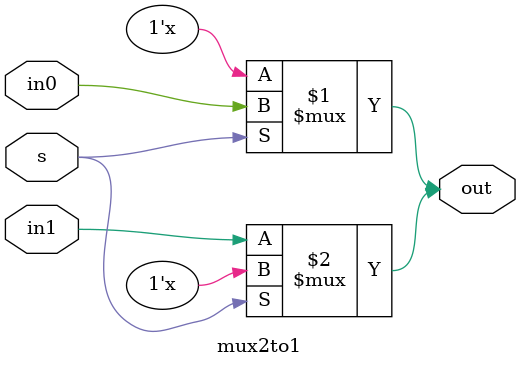
<source format=v>
module mux2to1(out,in0,in1,s);

//ports
output out;
input in0,in1,s;

//instantiation primitives
bufif1 #(1:2:3,3:4:5,5:6:7)(out,in0,s);
bufif0 #(1:2:3,3:4:5,5:6:7)(out,in1,s);

endmodule


</source>
